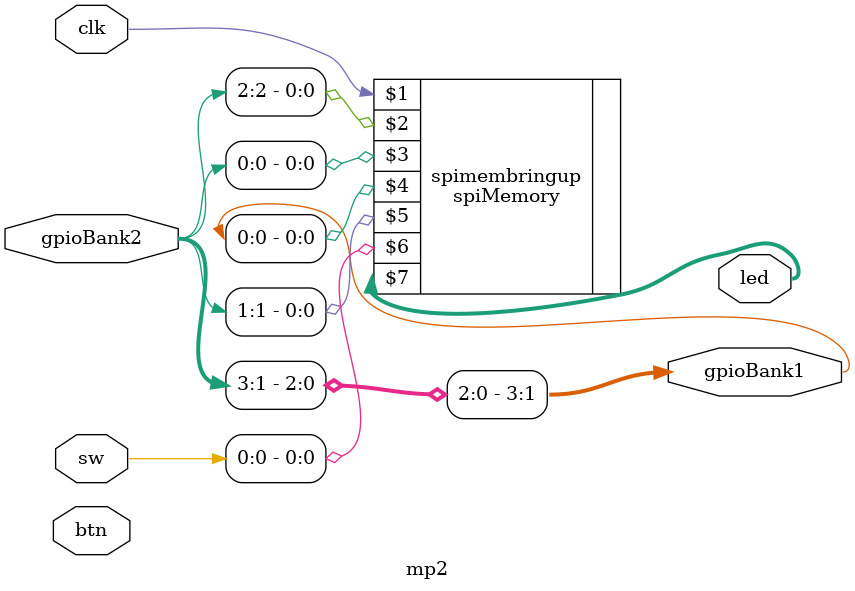
<source format=v>

module mp2(led, gpioBank1, gpioBank2, clk, sw, btn);

output[7:0] led;
output[3:0] gpioBank1;
input[3:0] gpioBank2;
input clk;
input[7:0] sw;
input[3:0] btn;

assign gpioBank1[3:1] = gpioBank2[3:1];

//TopLevelSPIMemory(clk, sclk_pin, cs_pin, miso_pin, mosi_pin, leds, faultinjector_pin);
spiMemory spimembringup (clk, gpioBank2[2], gpioBank2[0], gpioBank1[0], gpioBank2[1], sw[0], led);



endmodule
</source>
